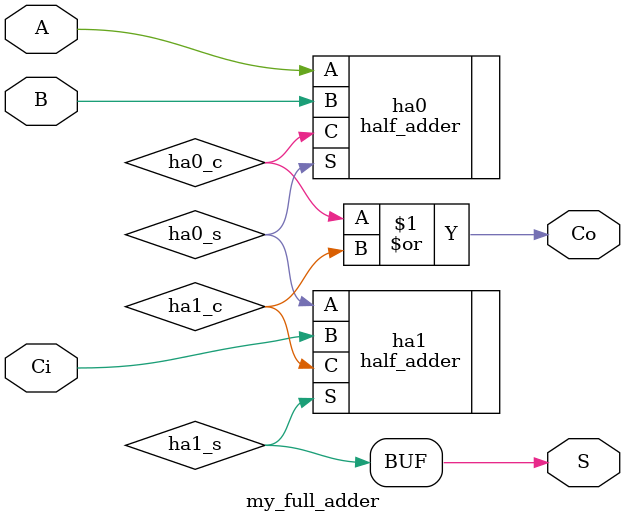
<source format=v>
`timescale 1ns / 1ps


module my_full_adder(
    input A,
    input B,
    input Ci,
    output S,
    output Co
    );
    
 wire ha0_s, ha0_c;
 wire ha1_s, ha1_c;
 
 assign S = ha1_s;
 assign Co = ha0_c | ha1_c;
 
 half_adder ha0(
 .A (A),
 .B (B),
 .S (ha0_s),
 .C (ha0_c)
    );
  half_adder ha1(
 .A (ha0_s),
 .B (Ci),
 .S (ha1_s),
 .C (ha1_c)
    );
 
endmodule

</source>
